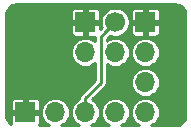
<source format=gbr>
G04 #@! TF.GenerationSoftware,KiCad,Pcbnew,(5.1.2)-2*
G04 #@! TF.CreationDate,2020-12-29T16:45:58+00:00*
G04 #@! TF.ProjectId,LEDC68 and 0.9 Inch OLED Adapter,4c454443-3638-4206-916e-6420302e3920,rev?*
G04 #@! TF.SameCoordinates,Original*
G04 #@! TF.FileFunction,Copper,L2,Bot*
G04 #@! TF.FilePolarity,Positive*
%FSLAX46Y46*%
G04 Gerber Fmt 4.6, Leading zero omitted, Abs format (unit mm)*
G04 Created by KiCad (PCBNEW (5.1.2)-2) date 2020-12-29 16:45:58*
%MOMM*%
%LPD*%
G04 APERTURE LIST*
%ADD10O,1.700000X1.700000*%
%ADD11R,1.700000X1.700000*%
%ADD12C,1.700000*%
%ADD13C,0.250000*%
%ADD14C,0.254000*%
G04 APERTURE END LIST*
D10*
X83820000Y-33020000D03*
X86360000Y-33020000D03*
D11*
X83820000Y-30480000D03*
D12*
X86360000Y-30480000D03*
D10*
X88900000Y-38100000D03*
X88900000Y-35560000D03*
X88900000Y-33020000D03*
D11*
X88900000Y-30480000D03*
D10*
X86360000Y-38100000D03*
X83820000Y-38100000D03*
X81280000Y-38100000D03*
D11*
X78740000Y-38100000D03*
D13*
X85510001Y-31329999D02*
X86360000Y-30480000D01*
X85115400Y-31724600D02*
X85510001Y-31329999D01*
X85115400Y-35602519D02*
X85115400Y-31724600D01*
X83820000Y-38100000D02*
X83820000Y-36897919D01*
X83820000Y-36897919D02*
X85115400Y-35602519D01*
D14*
G36*
X91607441Y-28999364D02*
G01*
X91768501Y-29047992D01*
X91917054Y-29126979D01*
X92047430Y-29233310D01*
X92154674Y-29362946D01*
X92234695Y-29510942D01*
X92284446Y-29671661D01*
X92304001Y-29857716D01*
X92304000Y-38334146D01*
X92285636Y-38521441D01*
X92237008Y-38682503D01*
X92158023Y-38831051D01*
X92051689Y-38961430D01*
X91922054Y-39068674D01*
X91774058Y-39148695D01*
X91613339Y-39198446D01*
X91427293Y-39218000D01*
X89419757Y-39218000D01*
X89587216Y-39128491D01*
X89774660Y-38974660D01*
X89928491Y-38787216D01*
X90042798Y-38573363D01*
X90113188Y-38341318D01*
X90136956Y-38100000D01*
X90113188Y-37858682D01*
X90042798Y-37626637D01*
X89928491Y-37412784D01*
X89774660Y-37225340D01*
X89587216Y-37071509D01*
X89373363Y-36957202D01*
X89141318Y-36886812D01*
X88960472Y-36869000D01*
X88839528Y-36869000D01*
X88658682Y-36886812D01*
X88426637Y-36957202D01*
X88212784Y-37071509D01*
X88025340Y-37225340D01*
X87871509Y-37412784D01*
X87757202Y-37626637D01*
X87686812Y-37858682D01*
X87663044Y-38100000D01*
X87686812Y-38341318D01*
X87757202Y-38573363D01*
X87871509Y-38787216D01*
X88025340Y-38974660D01*
X88212784Y-39128491D01*
X88380243Y-39218000D01*
X86879757Y-39218000D01*
X87047216Y-39128491D01*
X87234660Y-38974660D01*
X87388491Y-38787216D01*
X87502798Y-38573363D01*
X87573188Y-38341318D01*
X87596956Y-38100000D01*
X87573188Y-37858682D01*
X87502798Y-37626637D01*
X87388491Y-37412784D01*
X87234660Y-37225340D01*
X87047216Y-37071509D01*
X86833363Y-36957202D01*
X86601318Y-36886812D01*
X86420472Y-36869000D01*
X86299528Y-36869000D01*
X86118682Y-36886812D01*
X85886637Y-36957202D01*
X85672784Y-37071509D01*
X85485340Y-37225340D01*
X85331509Y-37412784D01*
X85217202Y-37626637D01*
X85146812Y-37858682D01*
X85123044Y-38100000D01*
X85146812Y-38341318D01*
X85217202Y-38573363D01*
X85331509Y-38787216D01*
X85485340Y-38974660D01*
X85672784Y-39128491D01*
X85840243Y-39218000D01*
X84339757Y-39218000D01*
X84507216Y-39128491D01*
X84694660Y-38974660D01*
X84848491Y-38787216D01*
X84962798Y-38573363D01*
X85033188Y-38341318D01*
X85056956Y-38100000D01*
X85033188Y-37858682D01*
X84962798Y-37626637D01*
X84848491Y-37412784D01*
X84694660Y-37225340D01*
X84507216Y-37071509D01*
X84412583Y-37020927D01*
X85455620Y-35977891D01*
X85474927Y-35962046D01*
X85538159Y-35884998D01*
X85585145Y-35797094D01*
X85614078Y-35701712D01*
X85621400Y-35627373D01*
X85621400Y-35627366D01*
X85623847Y-35602520D01*
X85621400Y-35577674D01*
X85621400Y-35560000D01*
X87663044Y-35560000D01*
X87686812Y-35801318D01*
X87757202Y-36033363D01*
X87871509Y-36247216D01*
X88025340Y-36434660D01*
X88212784Y-36588491D01*
X88426637Y-36702798D01*
X88658682Y-36773188D01*
X88839528Y-36791000D01*
X88960472Y-36791000D01*
X89141318Y-36773188D01*
X89373363Y-36702798D01*
X89587216Y-36588491D01*
X89774660Y-36434660D01*
X89928491Y-36247216D01*
X90042798Y-36033363D01*
X90113188Y-35801318D01*
X90136956Y-35560000D01*
X90113188Y-35318682D01*
X90042798Y-35086637D01*
X89928491Y-34872784D01*
X89774660Y-34685340D01*
X89587216Y-34531509D01*
X89373363Y-34417202D01*
X89141318Y-34346812D01*
X88960472Y-34329000D01*
X88839528Y-34329000D01*
X88658682Y-34346812D01*
X88426637Y-34417202D01*
X88212784Y-34531509D01*
X88025340Y-34685340D01*
X87871509Y-34872784D01*
X87757202Y-35086637D01*
X87686812Y-35318682D01*
X87663044Y-35560000D01*
X85621400Y-35560000D01*
X85621400Y-34006321D01*
X85672784Y-34048491D01*
X85886637Y-34162798D01*
X86118682Y-34233188D01*
X86299528Y-34251000D01*
X86420472Y-34251000D01*
X86601318Y-34233188D01*
X86833363Y-34162798D01*
X87047216Y-34048491D01*
X87234660Y-33894660D01*
X87388491Y-33707216D01*
X87502798Y-33493363D01*
X87573188Y-33261318D01*
X87596956Y-33020000D01*
X87663044Y-33020000D01*
X87686812Y-33261318D01*
X87757202Y-33493363D01*
X87871509Y-33707216D01*
X88025340Y-33894660D01*
X88212784Y-34048491D01*
X88426637Y-34162798D01*
X88658682Y-34233188D01*
X88839528Y-34251000D01*
X88960472Y-34251000D01*
X89141318Y-34233188D01*
X89373363Y-34162798D01*
X89587216Y-34048491D01*
X89774660Y-33894660D01*
X89928491Y-33707216D01*
X90042798Y-33493363D01*
X90113188Y-33261318D01*
X90136956Y-33020000D01*
X90113188Y-32778682D01*
X90042798Y-32546637D01*
X89928491Y-32332784D01*
X89774660Y-32145340D01*
X89587216Y-31991509D01*
X89373363Y-31877202D01*
X89141318Y-31806812D01*
X88960472Y-31789000D01*
X88839528Y-31789000D01*
X88658682Y-31806812D01*
X88426637Y-31877202D01*
X88212784Y-31991509D01*
X88025340Y-32145340D01*
X87871509Y-32332784D01*
X87757202Y-32546637D01*
X87686812Y-32778682D01*
X87663044Y-33020000D01*
X87596956Y-33020000D01*
X87573188Y-32778682D01*
X87502798Y-32546637D01*
X87388491Y-32332784D01*
X87234660Y-32145340D01*
X87047216Y-31991509D01*
X86833363Y-31877202D01*
X86601318Y-31806812D01*
X86420472Y-31789000D01*
X86299528Y-31789000D01*
X86118682Y-31806812D01*
X85886637Y-31877202D01*
X85672784Y-31991509D01*
X85621400Y-32033679D01*
X85621400Y-31934191D01*
X85885371Y-31670221D01*
X85885375Y-31670216D01*
X85923833Y-31631758D01*
X86000931Y-31663693D01*
X86238757Y-31711000D01*
X86481243Y-31711000D01*
X86719069Y-31663693D01*
X86943097Y-31570898D01*
X87144717Y-31436180D01*
X87250897Y-31330000D01*
X87667157Y-31330000D01*
X87674513Y-31404689D01*
X87696299Y-31476508D01*
X87731678Y-31542696D01*
X87779289Y-31600711D01*
X87837304Y-31648322D01*
X87903492Y-31683701D01*
X87975311Y-31705487D01*
X88050000Y-31712843D01*
X88677750Y-31711000D01*
X88773000Y-31615750D01*
X88773000Y-30607000D01*
X89027000Y-30607000D01*
X89027000Y-31615750D01*
X89122250Y-31711000D01*
X89750000Y-31712843D01*
X89824689Y-31705487D01*
X89896508Y-31683701D01*
X89962696Y-31648322D01*
X90020711Y-31600711D01*
X90068322Y-31542696D01*
X90103701Y-31476508D01*
X90125487Y-31404689D01*
X90132843Y-31330000D01*
X90131000Y-30702250D01*
X90035750Y-30607000D01*
X89027000Y-30607000D01*
X88773000Y-30607000D01*
X87764250Y-30607000D01*
X87669000Y-30702250D01*
X87667157Y-31330000D01*
X87250897Y-31330000D01*
X87316180Y-31264717D01*
X87450898Y-31063097D01*
X87543693Y-30839069D01*
X87591000Y-30601243D01*
X87591000Y-30358757D01*
X87543693Y-30120931D01*
X87450898Y-29896903D01*
X87316180Y-29695283D01*
X87250897Y-29630000D01*
X87667157Y-29630000D01*
X87669000Y-30257750D01*
X87764250Y-30353000D01*
X88773000Y-30353000D01*
X88773000Y-29344250D01*
X89027000Y-29344250D01*
X89027000Y-30353000D01*
X90035750Y-30353000D01*
X90131000Y-30257750D01*
X90132843Y-29630000D01*
X90125487Y-29555311D01*
X90103701Y-29483492D01*
X90068322Y-29417304D01*
X90020711Y-29359289D01*
X89962696Y-29311678D01*
X89896508Y-29276299D01*
X89824689Y-29254513D01*
X89750000Y-29247157D01*
X89122250Y-29249000D01*
X89027000Y-29344250D01*
X88773000Y-29344250D01*
X88677750Y-29249000D01*
X88050000Y-29247157D01*
X87975311Y-29254513D01*
X87903492Y-29276299D01*
X87837304Y-29311678D01*
X87779289Y-29359289D01*
X87731678Y-29417304D01*
X87696299Y-29483492D01*
X87674513Y-29555311D01*
X87667157Y-29630000D01*
X87250897Y-29630000D01*
X87144717Y-29523820D01*
X86943097Y-29389102D01*
X86719069Y-29296307D01*
X86481243Y-29249000D01*
X86238757Y-29249000D01*
X86000931Y-29296307D01*
X85776903Y-29389102D01*
X85575283Y-29523820D01*
X85403820Y-29695283D01*
X85269102Y-29896903D01*
X85176307Y-30120931D01*
X85129000Y-30358757D01*
X85129000Y-30601243D01*
X85176307Y-30839069D01*
X85208242Y-30916167D01*
X85169784Y-30954625D01*
X85169779Y-30954629D01*
X85052086Y-31072322D01*
X85051000Y-30702250D01*
X84955750Y-30607000D01*
X83947000Y-30607000D01*
X83947000Y-31615750D01*
X84042250Y-31711000D01*
X84608129Y-31712661D01*
X84606953Y-31724600D01*
X84609401Y-31749456D01*
X84609401Y-32075370D01*
X84507216Y-31991509D01*
X84293363Y-31877202D01*
X84061318Y-31806812D01*
X83880472Y-31789000D01*
X83759528Y-31789000D01*
X83578682Y-31806812D01*
X83346637Y-31877202D01*
X83132784Y-31991509D01*
X82945340Y-32145340D01*
X82791509Y-32332784D01*
X82677202Y-32546637D01*
X82606812Y-32778682D01*
X82583044Y-33020000D01*
X82606812Y-33261318D01*
X82677202Y-33493363D01*
X82791509Y-33707216D01*
X82945340Y-33894660D01*
X83132784Y-34048491D01*
X83346637Y-34162798D01*
X83578682Y-34233188D01*
X83759528Y-34251000D01*
X83880472Y-34251000D01*
X84061318Y-34233188D01*
X84293363Y-34162798D01*
X84507216Y-34048491D01*
X84609400Y-33964631D01*
X84609400Y-35392927D01*
X83479780Y-36522548D01*
X83460474Y-36538392D01*
X83397242Y-36615440D01*
X83372127Y-36662427D01*
X83350255Y-36703345D01*
X83321322Y-36798727D01*
X83311553Y-36897919D01*
X83314001Y-36922775D01*
X83314001Y-36974646D01*
X83132784Y-37071509D01*
X82945340Y-37225340D01*
X82791509Y-37412784D01*
X82677202Y-37626637D01*
X82606812Y-37858682D01*
X82583044Y-38100000D01*
X82606812Y-38341318D01*
X82677202Y-38573363D01*
X82791509Y-38787216D01*
X82945340Y-38974660D01*
X83132784Y-39128491D01*
X83300243Y-39218000D01*
X81799757Y-39218000D01*
X81967216Y-39128491D01*
X82154660Y-38974660D01*
X82308491Y-38787216D01*
X82422798Y-38573363D01*
X82493188Y-38341318D01*
X82516956Y-38100000D01*
X82493188Y-37858682D01*
X82422798Y-37626637D01*
X82308491Y-37412784D01*
X82154660Y-37225340D01*
X81967216Y-37071509D01*
X81753363Y-36957202D01*
X81521318Y-36886812D01*
X81340472Y-36869000D01*
X81219528Y-36869000D01*
X81038682Y-36886812D01*
X80806637Y-36957202D01*
X80592784Y-37071509D01*
X80405340Y-37225340D01*
X80251509Y-37412784D01*
X80137202Y-37626637D01*
X80066812Y-37858682D01*
X80043044Y-38100000D01*
X80066812Y-38341318D01*
X80137202Y-38573363D01*
X80251509Y-38787216D01*
X80405340Y-38974660D01*
X80592784Y-39128491D01*
X80760243Y-39218000D01*
X79862936Y-39218000D01*
X79908322Y-39162696D01*
X79943701Y-39096508D01*
X79965487Y-39024689D01*
X79972843Y-38950000D01*
X79971000Y-38322250D01*
X79875750Y-38227000D01*
X78867000Y-38227000D01*
X78867000Y-38247000D01*
X78613000Y-38247000D01*
X78613000Y-38227000D01*
X77604250Y-38227000D01*
X77509000Y-38322250D01*
X77507157Y-38950000D01*
X77514513Y-39024689D01*
X77534241Y-39089725D01*
X77500949Y-39072023D01*
X77370570Y-38965689D01*
X77263326Y-38836054D01*
X77183305Y-38688058D01*
X77133554Y-38527339D01*
X77114000Y-38341293D01*
X77114000Y-37250000D01*
X77507157Y-37250000D01*
X77509000Y-37877750D01*
X77604250Y-37973000D01*
X78613000Y-37973000D01*
X78613000Y-36964250D01*
X78867000Y-36964250D01*
X78867000Y-37973000D01*
X79875750Y-37973000D01*
X79971000Y-37877750D01*
X79972843Y-37250000D01*
X79965487Y-37175311D01*
X79943701Y-37103492D01*
X79908322Y-37037304D01*
X79860711Y-36979289D01*
X79802696Y-36931678D01*
X79736508Y-36896299D01*
X79664689Y-36874513D01*
X79590000Y-36867157D01*
X78962250Y-36869000D01*
X78867000Y-36964250D01*
X78613000Y-36964250D01*
X78517750Y-36869000D01*
X77890000Y-36867157D01*
X77815311Y-36874513D01*
X77743492Y-36896299D01*
X77677304Y-36931678D01*
X77619289Y-36979289D01*
X77571678Y-37037304D01*
X77536299Y-37103492D01*
X77514513Y-37175311D01*
X77507157Y-37250000D01*
X77114000Y-37250000D01*
X77114000Y-31330000D01*
X82587157Y-31330000D01*
X82594513Y-31404689D01*
X82616299Y-31476508D01*
X82651678Y-31542696D01*
X82699289Y-31600711D01*
X82757304Y-31648322D01*
X82823492Y-31683701D01*
X82895311Y-31705487D01*
X82970000Y-31712843D01*
X83597750Y-31711000D01*
X83693000Y-31615750D01*
X83693000Y-30607000D01*
X82684250Y-30607000D01*
X82589000Y-30702250D01*
X82587157Y-31330000D01*
X77114000Y-31330000D01*
X77114000Y-29864854D01*
X77132364Y-29677559D01*
X77146723Y-29630000D01*
X82587157Y-29630000D01*
X82589000Y-30257750D01*
X82684250Y-30353000D01*
X83693000Y-30353000D01*
X83693000Y-29344250D01*
X83947000Y-29344250D01*
X83947000Y-30353000D01*
X84955750Y-30353000D01*
X85051000Y-30257750D01*
X85052843Y-29630000D01*
X85045487Y-29555311D01*
X85023701Y-29483492D01*
X84988322Y-29417304D01*
X84940711Y-29359289D01*
X84882696Y-29311678D01*
X84816508Y-29276299D01*
X84744689Y-29254513D01*
X84670000Y-29247157D01*
X84042250Y-29249000D01*
X83947000Y-29344250D01*
X83693000Y-29344250D01*
X83597750Y-29249000D01*
X82970000Y-29247157D01*
X82895311Y-29254513D01*
X82823492Y-29276299D01*
X82757304Y-29311678D01*
X82699289Y-29359289D01*
X82651678Y-29417304D01*
X82616299Y-29483492D01*
X82594513Y-29555311D01*
X82587157Y-29630000D01*
X77146723Y-29630000D01*
X77180992Y-29516499D01*
X77259979Y-29367946D01*
X77366310Y-29237570D01*
X77495946Y-29130326D01*
X77643942Y-29050305D01*
X77804661Y-29000554D01*
X77990707Y-28981000D01*
X91420146Y-28981000D01*
X91607441Y-28999364D01*
X91607441Y-28999364D01*
G37*
X91607441Y-28999364D02*
X91768501Y-29047992D01*
X91917054Y-29126979D01*
X92047430Y-29233310D01*
X92154674Y-29362946D01*
X92234695Y-29510942D01*
X92284446Y-29671661D01*
X92304001Y-29857716D01*
X92304000Y-38334146D01*
X92285636Y-38521441D01*
X92237008Y-38682503D01*
X92158023Y-38831051D01*
X92051689Y-38961430D01*
X91922054Y-39068674D01*
X91774058Y-39148695D01*
X91613339Y-39198446D01*
X91427293Y-39218000D01*
X89419757Y-39218000D01*
X89587216Y-39128491D01*
X89774660Y-38974660D01*
X89928491Y-38787216D01*
X90042798Y-38573363D01*
X90113188Y-38341318D01*
X90136956Y-38100000D01*
X90113188Y-37858682D01*
X90042798Y-37626637D01*
X89928491Y-37412784D01*
X89774660Y-37225340D01*
X89587216Y-37071509D01*
X89373363Y-36957202D01*
X89141318Y-36886812D01*
X88960472Y-36869000D01*
X88839528Y-36869000D01*
X88658682Y-36886812D01*
X88426637Y-36957202D01*
X88212784Y-37071509D01*
X88025340Y-37225340D01*
X87871509Y-37412784D01*
X87757202Y-37626637D01*
X87686812Y-37858682D01*
X87663044Y-38100000D01*
X87686812Y-38341318D01*
X87757202Y-38573363D01*
X87871509Y-38787216D01*
X88025340Y-38974660D01*
X88212784Y-39128491D01*
X88380243Y-39218000D01*
X86879757Y-39218000D01*
X87047216Y-39128491D01*
X87234660Y-38974660D01*
X87388491Y-38787216D01*
X87502798Y-38573363D01*
X87573188Y-38341318D01*
X87596956Y-38100000D01*
X87573188Y-37858682D01*
X87502798Y-37626637D01*
X87388491Y-37412784D01*
X87234660Y-37225340D01*
X87047216Y-37071509D01*
X86833363Y-36957202D01*
X86601318Y-36886812D01*
X86420472Y-36869000D01*
X86299528Y-36869000D01*
X86118682Y-36886812D01*
X85886637Y-36957202D01*
X85672784Y-37071509D01*
X85485340Y-37225340D01*
X85331509Y-37412784D01*
X85217202Y-37626637D01*
X85146812Y-37858682D01*
X85123044Y-38100000D01*
X85146812Y-38341318D01*
X85217202Y-38573363D01*
X85331509Y-38787216D01*
X85485340Y-38974660D01*
X85672784Y-39128491D01*
X85840243Y-39218000D01*
X84339757Y-39218000D01*
X84507216Y-39128491D01*
X84694660Y-38974660D01*
X84848491Y-38787216D01*
X84962798Y-38573363D01*
X85033188Y-38341318D01*
X85056956Y-38100000D01*
X85033188Y-37858682D01*
X84962798Y-37626637D01*
X84848491Y-37412784D01*
X84694660Y-37225340D01*
X84507216Y-37071509D01*
X84412583Y-37020927D01*
X85455620Y-35977891D01*
X85474927Y-35962046D01*
X85538159Y-35884998D01*
X85585145Y-35797094D01*
X85614078Y-35701712D01*
X85621400Y-35627373D01*
X85621400Y-35627366D01*
X85623847Y-35602520D01*
X85621400Y-35577674D01*
X85621400Y-35560000D01*
X87663044Y-35560000D01*
X87686812Y-35801318D01*
X87757202Y-36033363D01*
X87871509Y-36247216D01*
X88025340Y-36434660D01*
X88212784Y-36588491D01*
X88426637Y-36702798D01*
X88658682Y-36773188D01*
X88839528Y-36791000D01*
X88960472Y-36791000D01*
X89141318Y-36773188D01*
X89373363Y-36702798D01*
X89587216Y-36588491D01*
X89774660Y-36434660D01*
X89928491Y-36247216D01*
X90042798Y-36033363D01*
X90113188Y-35801318D01*
X90136956Y-35560000D01*
X90113188Y-35318682D01*
X90042798Y-35086637D01*
X89928491Y-34872784D01*
X89774660Y-34685340D01*
X89587216Y-34531509D01*
X89373363Y-34417202D01*
X89141318Y-34346812D01*
X88960472Y-34329000D01*
X88839528Y-34329000D01*
X88658682Y-34346812D01*
X88426637Y-34417202D01*
X88212784Y-34531509D01*
X88025340Y-34685340D01*
X87871509Y-34872784D01*
X87757202Y-35086637D01*
X87686812Y-35318682D01*
X87663044Y-35560000D01*
X85621400Y-35560000D01*
X85621400Y-34006321D01*
X85672784Y-34048491D01*
X85886637Y-34162798D01*
X86118682Y-34233188D01*
X86299528Y-34251000D01*
X86420472Y-34251000D01*
X86601318Y-34233188D01*
X86833363Y-34162798D01*
X87047216Y-34048491D01*
X87234660Y-33894660D01*
X87388491Y-33707216D01*
X87502798Y-33493363D01*
X87573188Y-33261318D01*
X87596956Y-33020000D01*
X87663044Y-33020000D01*
X87686812Y-33261318D01*
X87757202Y-33493363D01*
X87871509Y-33707216D01*
X88025340Y-33894660D01*
X88212784Y-34048491D01*
X88426637Y-34162798D01*
X88658682Y-34233188D01*
X88839528Y-34251000D01*
X88960472Y-34251000D01*
X89141318Y-34233188D01*
X89373363Y-34162798D01*
X89587216Y-34048491D01*
X89774660Y-33894660D01*
X89928491Y-33707216D01*
X90042798Y-33493363D01*
X90113188Y-33261318D01*
X90136956Y-33020000D01*
X90113188Y-32778682D01*
X90042798Y-32546637D01*
X89928491Y-32332784D01*
X89774660Y-32145340D01*
X89587216Y-31991509D01*
X89373363Y-31877202D01*
X89141318Y-31806812D01*
X88960472Y-31789000D01*
X88839528Y-31789000D01*
X88658682Y-31806812D01*
X88426637Y-31877202D01*
X88212784Y-31991509D01*
X88025340Y-32145340D01*
X87871509Y-32332784D01*
X87757202Y-32546637D01*
X87686812Y-32778682D01*
X87663044Y-33020000D01*
X87596956Y-33020000D01*
X87573188Y-32778682D01*
X87502798Y-32546637D01*
X87388491Y-32332784D01*
X87234660Y-32145340D01*
X87047216Y-31991509D01*
X86833363Y-31877202D01*
X86601318Y-31806812D01*
X86420472Y-31789000D01*
X86299528Y-31789000D01*
X86118682Y-31806812D01*
X85886637Y-31877202D01*
X85672784Y-31991509D01*
X85621400Y-32033679D01*
X85621400Y-31934191D01*
X85885371Y-31670221D01*
X85885375Y-31670216D01*
X85923833Y-31631758D01*
X86000931Y-31663693D01*
X86238757Y-31711000D01*
X86481243Y-31711000D01*
X86719069Y-31663693D01*
X86943097Y-31570898D01*
X87144717Y-31436180D01*
X87250897Y-31330000D01*
X87667157Y-31330000D01*
X87674513Y-31404689D01*
X87696299Y-31476508D01*
X87731678Y-31542696D01*
X87779289Y-31600711D01*
X87837304Y-31648322D01*
X87903492Y-31683701D01*
X87975311Y-31705487D01*
X88050000Y-31712843D01*
X88677750Y-31711000D01*
X88773000Y-31615750D01*
X88773000Y-30607000D01*
X89027000Y-30607000D01*
X89027000Y-31615750D01*
X89122250Y-31711000D01*
X89750000Y-31712843D01*
X89824689Y-31705487D01*
X89896508Y-31683701D01*
X89962696Y-31648322D01*
X90020711Y-31600711D01*
X90068322Y-31542696D01*
X90103701Y-31476508D01*
X90125487Y-31404689D01*
X90132843Y-31330000D01*
X90131000Y-30702250D01*
X90035750Y-30607000D01*
X89027000Y-30607000D01*
X88773000Y-30607000D01*
X87764250Y-30607000D01*
X87669000Y-30702250D01*
X87667157Y-31330000D01*
X87250897Y-31330000D01*
X87316180Y-31264717D01*
X87450898Y-31063097D01*
X87543693Y-30839069D01*
X87591000Y-30601243D01*
X87591000Y-30358757D01*
X87543693Y-30120931D01*
X87450898Y-29896903D01*
X87316180Y-29695283D01*
X87250897Y-29630000D01*
X87667157Y-29630000D01*
X87669000Y-30257750D01*
X87764250Y-30353000D01*
X88773000Y-30353000D01*
X88773000Y-29344250D01*
X89027000Y-29344250D01*
X89027000Y-30353000D01*
X90035750Y-30353000D01*
X90131000Y-30257750D01*
X90132843Y-29630000D01*
X90125487Y-29555311D01*
X90103701Y-29483492D01*
X90068322Y-29417304D01*
X90020711Y-29359289D01*
X89962696Y-29311678D01*
X89896508Y-29276299D01*
X89824689Y-29254513D01*
X89750000Y-29247157D01*
X89122250Y-29249000D01*
X89027000Y-29344250D01*
X88773000Y-29344250D01*
X88677750Y-29249000D01*
X88050000Y-29247157D01*
X87975311Y-29254513D01*
X87903492Y-29276299D01*
X87837304Y-29311678D01*
X87779289Y-29359289D01*
X87731678Y-29417304D01*
X87696299Y-29483492D01*
X87674513Y-29555311D01*
X87667157Y-29630000D01*
X87250897Y-29630000D01*
X87144717Y-29523820D01*
X86943097Y-29389102D01*
X86719069Y-29296307D01*
X86481243Y-29249000D01*
X86238757Y-29249000D01*
X86000931Y-29296307D01*
X85776903Y-29389102D01*
X85575283Y-29523820D01*
X85403820Y-29695283D01*
X85269102Y-29896903D01*
X85176307Y-30120931D01*
X85129000Y-30358757D01*
X85129000Y-30601243D01*
X85176307Y-30839069D01*
X85208242Y-30916167D01*
X85169784Y-30954625D01*
X85169779Y-30954629D01*
X85052086Y-31072322D01*
X85051000Y-30702250D01*
X84955750Y-30607000D01*
X83947000Y-30607000D01*
X83947000Y-31615750D01*
X84042250Y-31711000D01*
X84608129Y-31712661D01*
X84606953Y-31724600D01*
X84609401Y-31749456D01*
X84609401Y-32075370D01*
X84507216Y-31991509D01*
X84293363Y-31877202D01*
X84061318Y-31806812D01*
X83880472Y-31789000D01*
X83759528Y-31789000D01*
X83578682Y-31806812D01*
X83346637Y-31877202D01*
X83132784Y-31991509D01*
X82945340Y-32145340D01*
X82791509Y-32332784D01*
X82677202Y-32546637D01*
X82606812Y-32778682D01*
X82583044Y-33020000D01*
X82606812Y-33261318D01*
X82677202Y-33493363D01*
X82791509Y-33707216D01*
X82945340Y-33894660D01*
X83132784Y-34048491D01*
X83346637Y-34162798D01*
X83578682Y-34233188D01*
X83759528Y-34251000D01*
X83880472Y-34251000D01*
X84061318Y-34233188D01*
X84293363Y-34162798D01*
X84507216Y-34048491D01*
X84609400Y-33964631D01*
X84609400Y-35392927D01*
X83479780Y-36522548D01*
X83460474Y-36538392D01*
X83397242Y-36615440D01*
X83372127Y-36662427D01*
X83350255Y-36703345D01*
X83321322Y-36798727D01*
X83311553Y-36897919D01*
X83314001Y-36922775D01*
X83314001Y-36974646D01*
X83132784Y-37071509D01*
X82945340Y-37225340D01*
X82791509Y-37412784D01*
X82677202Y-37626637D01*
X82606812Y-37858682D01*
X82583044Y-38100000D01*
X82606812Y-38341318D01*
X82677202Y-38573363D01*
X82791509Y-38787216D01*
X82945340Y-38974660D01*
X83132784Y-39128491D01*
X83300243Y-39218000D01*
X81799757Y-39218000D01*
X81967216Y-39128491D01*
X82154660Y-38974660D01*
X82308491Y-38787216D01*
X82422798Y-38573363D01*
X82493188Y-38341318D01*
X82516956Y-38100000D01*
X82493188Y-37858682D01*
X82422798Y-37626637D01*
X82308491Y-37412784D01*
X82154660Y-37225340D01*
X81967216Y-37071509D01*
X81753363Y-36957202D01*
X81521318Y-36886812D01*
X81340472Y-36869000D01*
X81219528Y-36869000D01*
X81038682Y-36886812D01*
X80806637Y-36957202D01*
X80592784Y-37071509D01*
X80405340Y-37225340D01*
X80251509Y-37412784D01*
X80137202Y-37626637D01*
X80066812Y-37858682D01*
X80043044Y-38100000D01*
X80066812Y-38341318D01*
X80137202Y-38573363D01*
X80251509Y-38787216D01*
X80405340Y-38974660D01*
X80592784Y-39128491D01*
X80760243Y-39218000D01*
X79862936Y-39218000D01*
X79908322Y-39162696D01*
X79943701Y-39096508D01*
X79965487Y-39024689D01*
X79972843Y-38950000D01*
X79971000Y-38322250D01*
X79875750Y-38227000D01*
X78867000Y-38227000D01*
X78867000Y-38247000D01*
X78613000Y-38247000D01*
X78613000Y-38227000D01*
X77604250Y-38227000D01*
X77509000Y-38322250D01*
X77507157Y-38950000D01*
X77514513Y-39024689D01*
X77534241Y-39089725D01*
X77500949Y-39072023D01*
X77370570Y-38965689D01*
X77263326Y-38836054D01*
X77183305Y-38688058D01*
X77133554Y-38527339D01*
X77114000Y-38341293D01*
X77114000Y-37250000D01*
X77507157Y-37250000D01*
X77509000Y-37877750D01*
X77604250Y-37973000D01*
X78613000Y-37973000D01*
X78613000Y-36964250D01*
X78867000Y-36964250D01*
X78867000Y-37973000D01*
X79875750Y-37973000D01*
X79971000Y-37877750D01*
X79972843Y-37250000D01*
X79965487Y-37175311D01*
X79943701Y-37103492D01*
X79908322Y-37037304D01*
X79860711Y-36979289D01*
X79802696Y-36931678D01*
X79736508Y-36896299D01*
X79664689Y-36874513D01*
X79590000Y-36867157D01*
X78962250Y-36869000D01*
X78867000Y-36964250D01*
X78613000Y-36964250D01*
X78517750Y-36869000D01*
X77890000Y-36867157D01*
X77815311Y-36874513D01*
X77743492Y-36896299D01*
X77677304Y-36931678D01*
X77619289Y-36979289D01*
X77571678Y-37037304D01*
X77536299Y-37103492D01*
X77514513Y-37175311D01*
X77507157Y-37250000D01*
X77114000Y-37250000D01*
X77114000Y-31330000D01*
X82587157Y-31330000D01*
X82594513Y-31404689D01*
X82616299Y-31476508D01*
X82651678Y-31542696D01*
X82699289Y-31600711D01*
X82757304Y-31648322D01*
X82823492Y-31683701D01*
X82895311Y-31705487D01*
X82970000Y-31712843D01*
X83597750Y-31711000D01*
X83693000Y-31615750D01*
X83693000Y-30607000D01*
X82684250Y-30607000D01*
X82589000Y-30702250D01*
X82587157Y-31330000D01*
X77114000Y-31330000D01*
X77114000Y-29864854D01*
X77132364Y-29677559D01*
X77146723Y-29630000D01*
X82587157Y-29630000D01*
X82589000Y-30257750D01*
X82684250Y-30353000D01*
X83693000Y-30353000D01*
X83693000Y-29344250D01*
X83947000Y-29344250D01*
X83947000Y-30353000D01*
X84955750Y-30353000D01*
X85051000Y-30257750D01*
X85052843Y-29630000D01*
X85045487Y-29555311D01*
X85023701Y-29483492D01*
X84988322Y-29417304D01*
X84940711Y-29359289D01*
X84882696Y-29311678D01*
X84816508Y-29276299D01*
X84744689Y-29254513D01*
X84670000Y-29247157D01*
X84042250Y-29249000D01*
X83947000Y-29344250D01*
X83693000Y-29344250D01*
X83597750Y-29249000D01*
X82970000Y-29247157D01*
X82895311Y-29254513D01*
X82823492Y-29276299D01*
X82757304Y-29311678D01*
X82699289Y-29359289D01*
X82651678Y-29417304D01*
X82616299Y-29483492D01*
X82594513Y-29555311D01*
X82587157Y-29630000D01*
X77146723Y-29630000D01*
X77180992Y-29516499D01*
X77259979Y-29367946D01*
X77366310Y-29237570D01*
X77495946Y-29130326D01*
X77643942Y-29050305D01*
X77804661Y-29000554D01*
X77990707Y-28981000D01*
X91420146Y-28981000D01*
X91607441Y-28999364D01*
M02*

</source>
